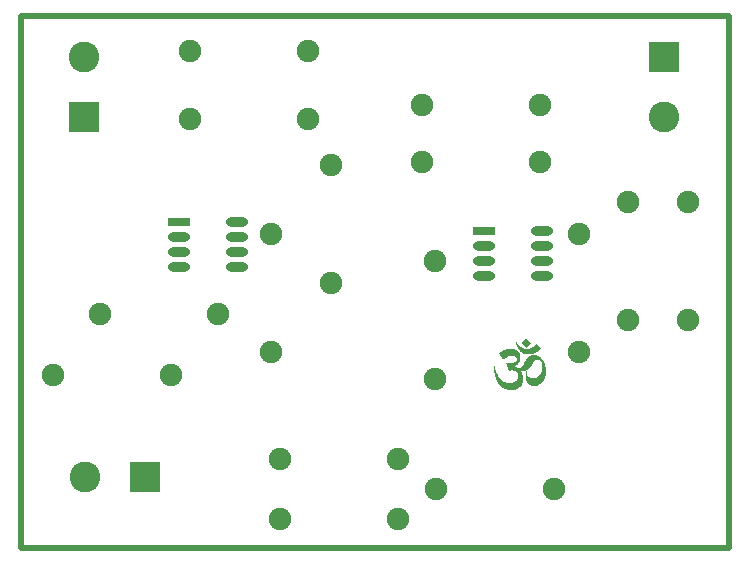
<source format=gts>
G04 Layer_Color=8388736*
%FSLAX44Y44*%
%MOMM*%
G71*
G01*
G75*
%ADD13C,0.5000*%
%ADD26O,1.9032X0.8032*%
%ADD27R,1.9032X0.8032*%
%ADD28R,2.6032X2.6032*%
%ADD29C,2.6032*%
%ADD30R,2.6032X2.6032*%
%ADD31C,1.9032*%
G36*
X416601Y168482D02*
X417252Y168402D01*
X418019Y168240D01*
X418675Y168030D01*
X419457Y167679D01*
X420248Y167195D01*
X421016Y166563D01*
X421780Y165692D01*
X422268Y164909D01*
X422621Y164098D01*
X422873Y163151D01*
X423021Y161872D01*
X423034Y161040D01*
X422976Y160110D01*
X422786Y159005D01*
X422538Y158191D01*
X422178Y157388D01*
X421686Y156573D01*
X421220Y155932D01*
X420670Y155273D01*
X420040Y154654D01*
X419415Y154184D01*
X418683Y153746D01*
X418189Y153480D01*
X418775Y153306D01*
X419284Y153160D01*
X419701Y152981D01*
X419969Y152837D01*
X420359Y152594D01*
X420615Y152427D01*
X420943Y152240D01*
X421222Y152128D01*
X421443Y152072D01*
X421670Y152037D01*
X421900Y152022D01*
X422055Y152022D01*
X422363Y152050D01*
X422588Y152095D01*
X422872Y152194D01*
X423197Y152381D01*
X423434Y152570D01*
X423714Y152836D01*
X423930Y153058D01*
X424248Y153390D01*
X424557Y153724D01*
X424852Y154067D01*
X425039Y154303D01*
X425303Y154671D01*
X425507Y154990D01*
X425697Y155319D01*
X425841Y155588D01*
X425943Y155793D01*
X426105Y156140D01*
X426198Y156350D01*
X426318Y156632D01*
X426437Y156913D01*
X426558Y157194D01*
X426715Y157539D01*
X426885Y157877D01*
X427112Y158267D01*
X427371Y158636D01*
X427657Y158990D01*
X427902Y159282D01*
X428192Y159638D01*
X428381Y159878D01*
X428665Y160239D01*
X428856Y160476D01*
X429051Y160709D01*
X429355Y161045D01*
X429624Y161308D01*
X429970Y161599D01*
X430340Y161861D01*
X430933Y162206D01*
X431346Y162409D01*
X431696Y162564D01*
X432123Y162732D01*
X432555Y162879D01*
X432994Y163005D01*
X433588Y163137D01*
X434039Y163208D01*
X434572Y163256D01*
X434878Y163267D01*
X435339Y163259D01*
X435645Y163237D01*
X435873Y163212D01*
X436100Y163178D01*
X436474Y163104D01*
X436914Y162984D01*
X437271Y162858D01*
X437756Y162643D01*
X438158Y162430D01*
X438422Y162277D01*
X438683Y162118D01*
X439069Y161872D01*
X439386Y161660D01*
X439697Y161441D01*
X439999Y161212D01*
X440292Y160972D01*
X440571Y160717D01*
X440837Y160448D01*
X441140Y160108D01*
X441381Y159813D01*
X441658Y159450D01*
X441967Y159016D01*
X442379Y158379D01*
X442570Y158052D01*
X442855Y157516D01*
X443050Y157105D01*
X443231Y156686D01*
X443424Y156190D01*
X443575Y155760D01*
X443756Y155180D01*
X443838Y154887D01*
X443915Y154594D01*
X444022Y154151D01*
X444147Y153557D01*
X444217Y153183D01*
X444291Y152734D01*
X444336Y152433D01*
X444377Y152131D01*
X444414Y151829D01*
X444455Y151451D01*
X444498Y150996D01*
X444543Y150388D01*
X444567Y149932D01*
X444581Y149476D01*
X444587Y149020D01*
X444585Y148716D01*
X444578Y148412D01*
X444559Y147957D01*
X444528Y147502D01*
X444469Y146898D01*
X444410Y146447D01*
X444337Y145997D01*
X444251Y145549D01*
X444151Y145105D01*
X444035Y144663D01*
X443905Y144226D01*
X443732Y143722D01*
X443567Y143296D01*
X443417Y142946D01*
X443255Y142600D01*
X443118Y142328D01*
X442974Y142059D01*
X442704Y141598D01*
X442456Y141214D01*
X442055Y140658D01*
X441913Y140479D01*
X441465Y139959D01*
X441202Y139684D01*
X440531Y139061D01*
X440116Y138724D01*
X439558Y138320D01*
X437816Y137353D01*
X437390Y137175D01*
X436958Y137017D01*
X436592Y136902D01*
X436297Y136823D01*
X435851Y136726D01*
X435325Y136649D01*
X434871Y136617D01*
X434492Y136616D01*
X433733Y136683D01*
X433281Y136765D01*
X432907Y136857D01*
X432176Y137101D01*
X431819Y137253D01*
X431390Y137440D01*
X430867Y137774D01*
X429828Y138583D01*
X429447Y138965D01*
X429049Y139432D01*
X428867Y139677D01*
X428616Y140058D01*
X428394Y140452D01*
X428143Y140998D01*
X427986Y141421D01*
X427796Y142072D01*
X427663Y142667D01*
X427559Y143273D01*
X427510Y143625D01*
X427515Y143579D01*
X427495Y143733D01*
X427510Y143625D01*
X427384Y144739D01*
X427332Y145360D01*
X427302Y145900D01*
X427292Y146433D01*
X427309Y146990D01*
X427342Y147394D01*
X427390Y147751D01*
X427561Y148467D01*
X427670Y148769D01*
X427809Y149083D01*
X427963Y149252D01*
X428113Y149264D01*
X428257Y149107D01*
X428262Y148485D01*
X428256Y147892D01*
X428318Y147457D01*
X428465Y146987D01*
X428655Y146478D01*
X428851Y146028D01*
X429156Y145520D01*
X429541Y145068D01*
X429876Y144780D01*
X430200Y144557D01*
X430628Y144309D01*
X430935Y144147D01*
X431338Y143958D01*
X431752Y143808D01*
X432231Y143707D01*
X432871Y143646D01*
X433810Y143610D01*
X434547Y143640D01*
X435082Y143712D01*
X436033Y143974D01*
X436664Y144252D01*
X437217Y144571D01*
X437547Y144788D01*
X438030Y145133D01*
X438423Y145434D01*
X438652Y145623D01*
X438802Y145751D01*
X439092Y146018D01*
X439334Y146263D01*
X439690Y146669D01*
X439985Y147063D01*
X440301Y147563D01*
X440535Y147998D01*
X440705Y148355D01*
X441135Y149512D01*
X441402Y150662D01*
X441487Y151295D01*
X441532Y151835D01*
X441557Y152327D01*
X441569Y152820D01*
X441571Y153066D01*
X441566Y153411D01*
X441535Y154000D01*
X441500Y154342D01*
X441437Y154780D01*
X441321Y155360D01*
X441198Y155838D01*
X441082Y156216D01*
X440893Y156725D01*
X440685Y157171D01*
X440382Y157678D01*
X440082Y158069D01*
X439845Y158321D01*
X439586Y158550D01*
X439306Y158752D01*
X439095Y158879D01*
X438311Y159174D01*
X438020Y159225D01*
X437626Y159249D01*
X437184Y159222D01*
X436604Y159107D01*
X436228Y158984D01*
X435605Y158686D01*
X435056Y158273D01*
X434813Y158031D01*
X434548Y157737D01*
X434224Y157362D01*
X434033Y157136D01*
X433847Y156906D01*
X433559Y156509D01*
X433333Y156131D01*
X433150Y155782D01*
X432931Y155341D01*
X432655Y154817D01*
X432435Y154433D01*
X432205Y154055D01*
X432020Y153765D01*
X431776Y153395D01*
X431467Y152951D01*
X431171Y152558D01*
X430888Y152216D01*
X430523Y151815D01*
X430209Y151502D01*
X429843Y151174D01*
X429500Y150898D01*
X428877Y150500D01*
X428414Y150291D01*
X428071Y150172D01*
X427575Y150034D01*
X426912Y149888D01*
X426536Y149812D01*
X425977Y149717D01*
X425611Y149698D01*
X425105Y149728D01*
X424655Y149790D01*
X424272Y149860D01*
X423928Y149930D01*
X423455Y150034D01*
X423240Y150085D01*
X423462Y149755D01*
X423703Y149292D01*
X424003Y148681D01*
X424219Y148203D01*
X424380Y147814D01*
X424493Y147520D01*
X424565Y147323D01*
X424731Y146826D01*
X424821Y146525D01*
X424998Y145816D01*
X425118Y145151D01*
X425187Y144584D01*
X425226Y144065D01*
X425243Y143334D01*
X425206Y142387D01*
X425148Y141753D01*
X425041Y140958D01*
X424908Y140217D01*
X424707Y139381D01*
X424498Y138722D01*
X424264Y138135D01*
X423985Y137577D01*
X423744Y137180D01*
X423473Y136804D01*
X423028Y136303D01*
X422765Y136052D01*
X422405Y135747D01*
X422197Y135586D01*
X421897Y135370D01*
X421632Y135192D01*
X421361Y135022D01*
X421040Y134830D01*
X420668Y134621D01*
X420386Y134471D01*
X420054Y134303D01*
X419623Y134101D01*
X419040Y133859D01*
X418498Y133668D01*
X418048Y133537D01*
X417746Y133463D01*
X417237Y133365D01*
X416773Y133305D01*
X416306Y133270D01*
X415940Y133258D01*
X415205Y133273D01*
X414364Y133341D01*
X413944Y133393D01*
X413265Y133497D01*
X412437Y133659D01*
X411926Y133780D01*
X411521Y133889D01*
X411020Y134041D01*
X410428Y134246D01*
X409847Y134479D01*
X408815Y134978D01*
X407919Y135514D01*
X407108Y136093D01*
X406381Y136702D01*
X405733Y137330D01*
X405126Y138006D01*
X404691Y138554D01*
X404311Y139083D01*
X404070Y139447D01*
X403782Y139912D01*
X403403Y140583D01*
X403199Y140976D01*
X402910Y141574D01*
X402706Y142031D01*
X402391Y142803D01*
X402106Y143586D01*
X401899Y144218D01*
X401596Y145275D01*
X401502Y145646D01*
X401113Y147529D01*
X400997Y148296D01*
X400883Y149293D01*
X400821Y150111D01*
X400788Y151075D01*
X400797Y151741D01*
X400885Y152837D01*
X401000Y153618D01*
X401066Y153993D01*
X401172Y154537D01*
X401303Y154881D01*
X401434Y154368D01*
X401473Y153419D01*
X401576Y152500D01*
X401777Y151459D01*
X402009Y150587D01*
X402241Y149856D01*
X402617Y148811D01*
X403001Y147849D01*
X403138Y147530D01*
X403730Y146266D01*
X404142Y145493D01*
X404429Y145000D01*
X404852Y144331D01*
X405307Y143681D01*
X405684Y143191D01*
X406319Y142455D01*
X406563Y142200D01*
X407007Y141773D01*
X407473Y141374D01*
X407749Y141159D01*
X408104Y140907D01*
X408470Y140673D01*
X408923Y140419D01*
X409235Y140267D01*
X409634Y140095D01*
X409960Y139973D01*
X410375Y139838D01*
X410797Y139722D01*
X411225Y139624D01*
X411657Y139544D01*
X412094Y139482D01*
X412532Y139435D01*
X412928Y139407D01*
X413412Y139389D01*
X413851Y139387D01*
X414201Y139397D01*
X414550Y139418D01*
X414984Y139459D01*
X415330Y139504D01*
X415845Y139594D01*
X416482Y139747D01*
X416818Y139848D01*
X417193Y139978D01*
X417605Y140143D01*
X417929Y140292D01*
X418246Y140455D01*
X418704Y140727D01*
X419137Y141032D01*
X419408Y141255D01*
X419725Y141554D01*
X420013Y141877D01*
X420341Y142332D01*
X420668Y142943D01*
X420802Y143266D01*
X420989Y143855D01*
X421069Y144203D01*
X421130Y144557D01*
X421185Y145053D01*
X421202Y145599D01*
X421171Y146141D01*
X421077Y146714D01*
X420899Y147301D01*
X420679Y147769D01*
X420418Y148162D01*
X420006Y148606D01*
X419560Y148963D01*
X418906Y149352D01*
X418203Y149654D01*
X417483Y149873D01*
X416376Y150052D01*
X415942Y150073D01*
X415413Y150063D01*
X414368Y149936D01*
X413884Y149803D01*
X413556Y149666D01*
X413192Y149434D01*
X413095Y149350D01*
X412976Y149226D01*
X412921Y149159D01*
X410693Y156708D01*
X411050Y156573D01*
X411486Y156425D01*
X411780Y156338D01*
X412300Y156208D01*
X412676Y156134D01*
X413129Y156069D01*
X413484Y156036D01*
X413941Y156016D01*
X414450Y156022D01*
X414859Y156044D01*
X415215Y156076D01*
X415596Y156124D01*
X416124Y156216D01*
X416720Y156360D01*
X416939Y156424D01*
X417444Y156599D01*
X417864Y156778D01*
X418138Y156912D01*
X418472Y157098D01*
X418859Y157351D01*
X419026Y157473D01*
X419286Y157687D01*
X419628Y158064D01*
X419807Y158395D01*
X419913Y158762D01*
X419961Y159255D01*
X419948Y159621D01*
X419924Y159853D01*
X419880Y160104D01*
X419812Y160374D01*
X419634Y160824D01*
X419482Y161092D01*
X419268Y161381D01*
X418978Y161666D01*
X418837Y161775D01*
X418557Y161952D01*
X418234Y162112D01*
X417873Y162253D01*
X417528Y162359D01*
X417279Y162421D01*
X417053Y162468D01*
X416446Y162549D01*
X416039Y162569D01*
X415836Y162569D01*
X415354Y162544D01*
X414949Y162496D01*
X414397Y162395D01*
X413802Y162244D01*
X413362Y162108D01*
X412594Y161825D01*
X412289Y161697D01*
X411733Y161441D01*
X411279Y161210D01*
X410656Y160863D01*
X410308Y160652D01*
X410028Y160475D01*
X409731Y160280D01*
X409353Y160021D01*
X409104Y159845D01*
X408773Y159607D01*
X408465Y159382D01*
X408261Y159231D01*
X408077Y159094D01*
X408036Y159064D01*
X405209Y164799D01*
X405761Y165273D01*
X406443Y165739D01*
X407077Y166151D01*
X407721Y166542D01*
X408582Y167007D01*
X409321Y167346D01*
X409959Y167593D01*
X410799Y167861D01*
X411370Y168012D01*
X412241Y168198D01*
X413025Y168326D01*
X413519Y168390D01*
X414115Y168450D01*
X414947Y168507D01*
X415611Y168522D01*
X416601Y168482D01*
D02*
G37*
G36*
X420090Y174340D02*
X420340Y173590D01*
X420790Y172790D01*
X421390Y171890D01*
X422040Y171090D01*
X422590Y170490D01*
X423290Y169890D01*
X423990Y169440D01*
X424840Y169040D01*
X425840Y168690D01*
X426890Y168440D01*
X427840Y168290D01*
X429640D01*
X430540Y168490D01*
X431690Y168840D01*
X432890Y169490D01*
X433740Y169990D01*
X434540Y170540D01*
X435540Y171340D01*
X436190Y172040D01*
X436740Y172690D01*
X440440Y168290D01*
X439840Y167740D01*
X438290Y166490D01*
X437190Y165790D01*
X435490Y164990D01*
X433490Y164290D01*
X431740Y163890D01*
X430440Y163740D01*
X429340Y163690D01*
X428440Y163740D01*
X427190Y163940D01*
X426090Y164290D01*
X425040Y164740D01*
X424340Y165190D01*
X423440Y165940D01*
X422540Y166740D01*
X421540Y167990D01*
X420690Y169190D01*
X419990Y170790D01*
X419540Y172690D01*
Y174240D01*
X419790Y175140D01*
X420090Y174340D01*
D02*
G37*
G36*
X432040Y173340D02*
X428090Y169390D01*
X424190Y173290D01*
X427890Y177490D01*
X432040Y173340D01*
D02*
G37*
D13*
X0Y450000D02*
X600000D01*
Y0D02*
Y450000D01*
X0Y0D02*
X600000D01*
X0D02*
Y450000D01*
D26*
X183250Y237490D02*
D03*
Y250190D02*
D03*
Y262890D02*
D03*
Y275590D02*
D03*
X134250Y237490D02*
D03*
Y250190D02*
D03*
Y262890D02*
D03*
X441060Y229870D02*
D03*
Y242570D02*
D03*
Y255270D02*
D03*
Y267970D02*
D03*
X392060Y229870D02*
D03*
Y242570D02*
D03*
Y255270D02*
D03*
D27*
X134250Y275590D02*
D03*
X392060Y267970D02*
D03*
D28*
X105400Y60000D02*
D03*
D29*
X54600D02*
D03*
X544830Y364600D02*
D03*
X53340Y415400D02*
D03*
D30*
X544830D02*
D03*
X53340Y364600D02*
D03*
D31*
X262890Y324320D02*
D03*
Y224320D02*
D03*
X514350Y292570D02*
D03*
Y192570D02*
D03*
X143040Y363220D02*
D03*
X243040D02*
D03*
Y420370D02*
D03*
X143040D02*
D03*
X339890Y374650D02*
D03*
X439890D02*
D03*
Y326390D02*
D03*
X339890D02*
D03*
X565150Y292570D02*
D03*
Y192570D02*
D03*
X66840Y198120D02*
D03*
X166840D02*
D03*
X350520Y243040D02*
D03*
Y143040D02*
D03*
X219240Y24130D02*
D03*
X319240D02*
D03*
X212090Y165900D02*
D03*
Y265900D02*
D03*
X27470Y146050D02*
D03*
X127470D02*
D03*
X472440Y165900D02*
D03*
Y265900D02*
D03*
X451320Y49530D02*
D03*
X351320D02*
D03*
X319240Y74930D02*
D03*
X219240D02*
D03*
M02*

</source>
